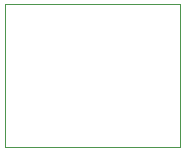
<source format=gbr>
%TF.GenerationSoftware,KiCad,Pcbnew,7.0.6*%
%TF.CreationDate,2025-02-23T16:11:35-08:00*%
%TF.ProjectId,jtag_adapter,6a746167-5f61-4646-9170-7465722e6b69,rev?*%
%TF.SameCoordinates,Original*%
%TF.FileFunction,Profile,NP*%
%FSLAX46Y46*%
G04 Gerber Fmt 4.6, Leading zero omitted, Abs format (unit mm)*
G04 Created by KiCad (PCBNEW 7.0.6) date 2025-02-23 16:11:35*
%MOMM*%
%LPD*%
G01*
G04 APERTURE LIST*
%TA.AperFunction,Profile*%
%ADD10C,0.100000*%
%TD*%
G04 APERTURE END LIST*
D10*
X68973121Y-69399306D02*
X83787224Y-69399306D01*
X83787224Y-81493121D01*
X68973121Y-81493121D01*
X68973121Y-69399306D01*
M02*

</source>
